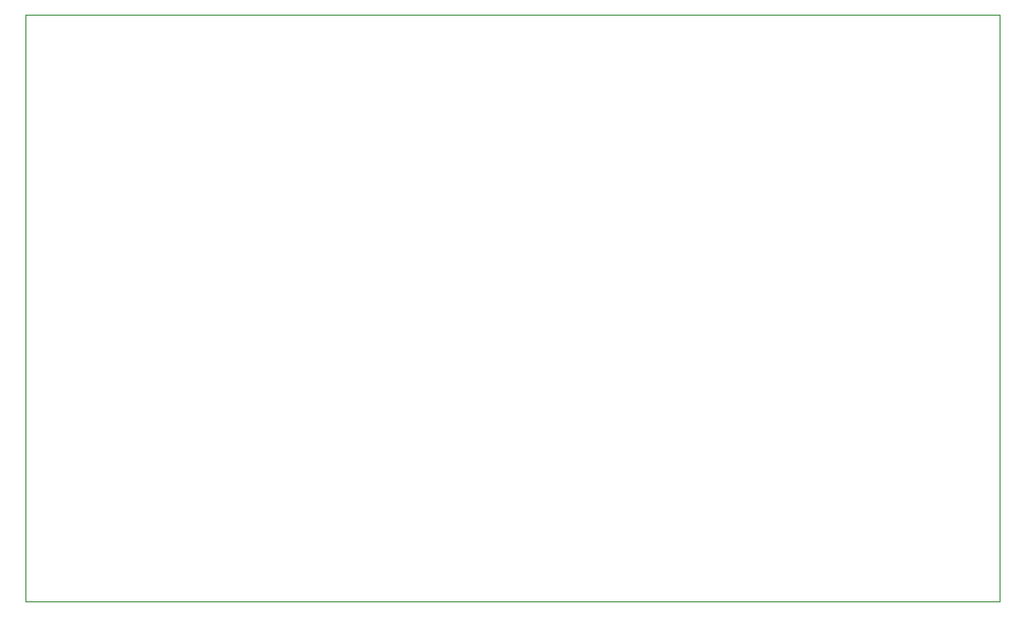
<source format=gbr>
G04 #@! TF.GenerationSoftware,KiCad,Pcbnew,(5.1.6)-1*
G04 #@! TF.CreationDate,2020-07-25T18:11:16+02:00*
G04 #@! TF.ProjectId,PrecisionTimer_RevF,50726563-6973-4696-9f6e-54696d65725f,rev?*
G04 #@! TF.SameCoordinates,Original*
G04 #@! TF.FileFunction,Profile,NP*
%FSLAX46Y46*%
G04 Gerber Fmt 4.6, Leading zero omitted, Abs format (unit mm)*
G04 Created by KiCad (PCBNEW (5.1.6)-1) date 2020-07-25 18:11:16*
%MOMM*%
%LPD*%
G01*
G04 APERTURE LIST*
G04 #@! TA.AperFunction,Profile*
%ADD10C,0.100000*%
G04 #@! TD*
G04 APERTURE END LIST*
D10*
X88950800Y-102819200D02*
X88950800Y-52019200D01*
X173278800Y-102819200D02*
X88950800Y-102819200D01*
X173278800Y-52019200D02*
X173278800Y-102819200D01*
X88950800Y-52019200D02*
X173278800Y-52019200D01*
M02*

</source>
